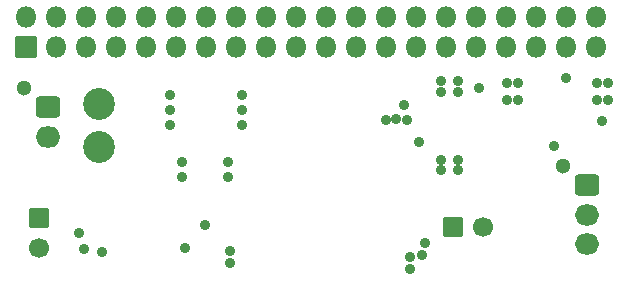
<source format=gbr>
%TF.GenerationSoftware,KiCad,Pcbnew,(6.0.1)*%
%TF.CreationDate,2023-01-01T20:52:33-08:00*%
%TF.ProjectId,RPi-Power R1,5250692d-506f-4776-9572-2052312e6b69,rev?*%
%TF.SameCoordinates,Original*%
%TF.FileFunction,Soldermask,Bot*%
%TF.FilePolarity,Negative*%
%FSLAX46Y46*%
G04 Gerber Fmt 4.6, Leading zero omitted, Abs format (unit mm)*
G04 Created by KiCad (PCBNEW (6.0.1)) date 2023-01-01 20:52:33*
%MOMM*%
%LPD*%
G01*
G04 APERTURE LIST*
G04 Aperture macros list*
%AMRoundRect*
0 Rectangle with rounded corners*
0 $1 Rounding radius*
0 $2 $3 $4 $5 $6 $7 $8 $9 X,Y pos of 4 corners*
0 Add a 4 corners polygon primitive as box body*
4,1,4,$2,$3,$4,$5,$6,$7,$8,$9,$2,$3,0*
0 Add four circle primitives for the rounded corners*
1,1,$1+$1,$2,$3*
1,1,$1+$1,$4,$5*
1,1,$1+$1,$6,$7*
1,1,$1+$1,$8,$9*
0 Add four rect primitives between the rounded corners*
20,1,$1+$1,$2,$3,$4,$5,0*
20,1,$1+$1,$4,$5,$6,$7,0*
20,1,$1+$1,$6,$7,$8,$9,0*
20,1,$1+$1,$8,$9,$2,$3,0*%
G04 Aperture macros list end*
%ADD10RoundRect,0.050000X-0.800000X-0.800000X0.800000X-0.800000X0.800000X0.800000X-0.800000X0.800000X0*%
%ADD11C,1.700000*%
%ADD12RoundRect,0.300000X-0.725000X0.600000X-0.725000X-0.600000X0.725000X-0.600000X0.725000X0.600000X0*%
%ADD13O,2.050000X1.800000*%
%ADD14C,1.300000*%
%ADD15RoundRect,0.050000X0.850000X-0.850000X0.850000X0.850000X-0.850000X0.850000X-0.850000X-0.850000X0*%
%ADD16O,1.800000X1.800000*%
%ADD17RoundRect,0.300000X-0.750000X0.600000X-0.750000X-0.600000X0.750000X-0.600000X0.750000X0.600000X0*%
%ADD18O,2.100000X1.800000*%
%ADD19C,2.700000*%
%ADD20RoundRect,0.050000X-0.800000X0.800000X-0.800000X-0.800000X0.800000X-0.800000X0.800000X0.800000X0*%
%ADD21C,0.900000*%
G04 APERTURE END LIST*
D10*
%TO.C,C8*%
X38735000Y5080000D03*
D11*
X41235000Y5080000D03*
%TD*%
D12*
%TO.C,J7*%
X50038000Y8636000D03*
D13*
X50038000Y6136000D03*
X50038000Y3636000D03*
D14*
X48038000Y10236000D03*
%TD*%
D15*
%TO.C,J2*%
X2540000Y20320000D03*
D16*
X2540000Y22860000D03*
X5080000Y20320000D03*
X5080000Y22860000D03*
X7620000Y20320000D03*
X7620000Y22860000D03*
X10160000Y20320000D03*
X10160000Y22860000D03*
X12700000Y20320000D03*
X12700000Y22860000D03*
X15240000Y20320000D03*
X15240000Y22860000D03*
X17780000Y20320000D03*
X17780000Y22860000D03*
X20320000Y20320000D03*
X20320000Y22860000D03*
X22860000Y20320000D03*
X22860000Y22860000D03*
X25400000Y20320000D03*
X25400000Y22860000D03*
X27940000Y20320000D03*
X27940000Y22860000D03*
X30480000Y20320000D03*
X30480000Y22860000D03*
X33020000Y20320000D03*
X33020000Y22860000D03*
X35560000Y20320000D03*
X35560000Y22860000D03*
X38100000Y20320000D03*
X38100000Y22860000D03*
X40640000Y20320000D03*
X40640000Y22860000D03*
X43180000Y20320000D03*
X43180000Y22860000D03*
X45720000Y20320000D03*
X45720000Y22860000D03*
X48260000Y20320000D03*
X48260000Y22860000D03*
X50800000Y20320000D03*
X50800000Y22860000D03*
%TD*%
D17*
%TO.C,J1*%
X4445000Y15240000D03*
D18*
X4445000Y12740000D03*
D14*
X2445000Y16840000D03*
%TD*%
D19*
%TO.C,J4*%
X8763000Y15494000D03*
%TD*%
%TO.C,J3*%
X8763000Y11811000D03*
%TD*%
D20*
%TO.C,C1*%
X3683000Y5842000D03*
D11*
X3683000Y3342000D03*
%TD*%
D21*
X20828000Y14986000D03*
X20828000Y16256000D03*
X20828000Y13716000D03*
X14732000Y13716000D03*
X14732000Y14986000D03*
X14732000Y16256000D03*
X37719000Y17399000D03*
X37719000Y16510000D03*
X39116000Y17399000D03*
X39116000Y16510000D03*
X39116000Y10766000D03*
X39116000Y9877000D03*
X37719000Y9877000D03*
X37719000Y10766000D03*
X43323000Y17259000D03*
X44212000Y17259000D03*
X44212000Y15862000D03*
X43323000Y15862000D03*
X50923000Y17259000D03*
X51812000Y17259000D03*
X51812000Y15862000D03*
X50923000Y15862000D03*
X7493000Y3239988D03*
X7049500Y4559000D03*
X9017000Y2986000D03*
X51347000Y14042000D03*
X15747500Y9271000D03*
X15747500Y10541000D03*
X19682500Y9271000D03*
X19682500Y10541000D03*
X17717500Y5269500D03*
X35876500Y12256500D03*
X33020000Y14159500D03*
X34798000Y14159500D03*
X36081000Y2667000D03*
X33909000Y14224000D03*
X19812000Y3048000D03*
X19812000Y2032000D03*
X16002002Y3302000D03*
X35052000Y1523998D03*
X35052000Y2540001D03*
X40949000Y16819000D03*
X36322000Y3683000D03*
X34544000Y15367000D03*
X47244000Y11938000D03*
X48260000Y17653000D03*
M02*

</source>
